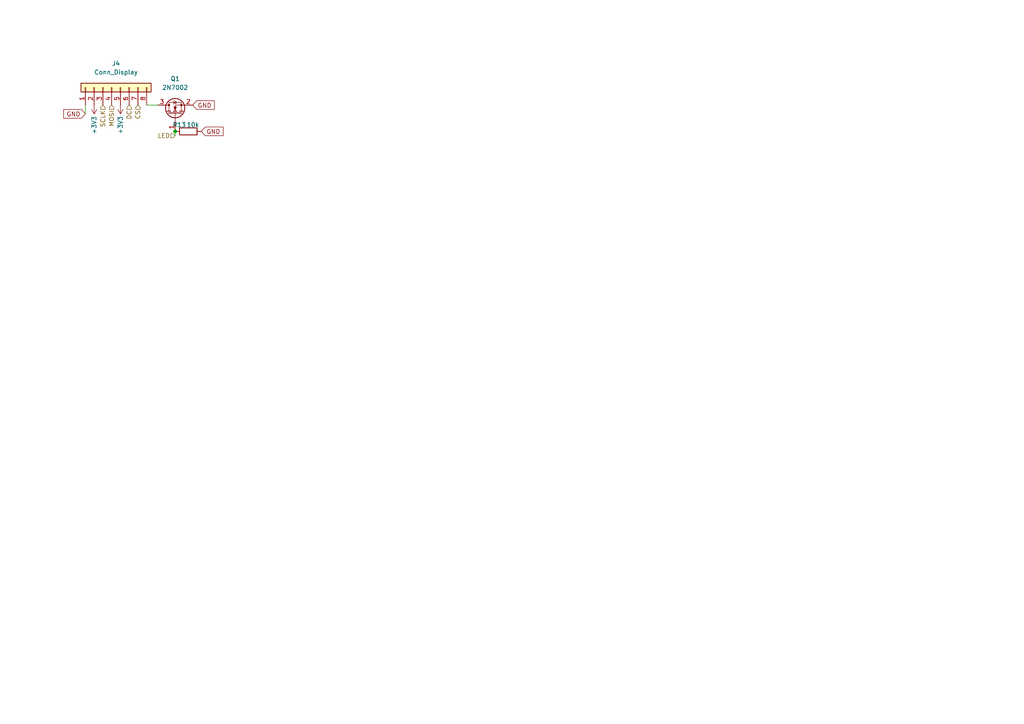
<source format=kicad_sch>
(kicad_sch (version 20230121) (generator eeschema)
  (paper "A4")
  (lib_symbols
    (symbol "Connector_Generic:Conn_01x08" (pin_names (offset 1.016) hide)
      (property "Reference" "J" (at 0 10.16 0))
      (property "Value" "Conn_01x08" (at 0 -12.7 0))
      (symbol "Conn_01x08_1_1"
        (rectangle (start -1.27 -10.033) (end 0 -10.287) (stroke (width 0.1524)))
        (rectangle (start -1.27 -7.493) (end 0 -7.747) (stroke (width 0.1524)))
        (rectangle (start -1.27 -4.953) (end 0 -5.207) (stroke (width 0.1524)))
        (rectangle (start -1.27 -2.413) (end 0 -2.667) (stroke (width 0.1524)))
        (rectangle (start -1.27 0.127) (end 0 -0.127) (stroke (width 0.1524)))
        (rectangle (start -1.27 2.667) (end 0 2.413) (stroke (width 0.1524)))
        (rectangle (start -1.27 5.207) (end 0 4.953) (stroke (width 0.1524)))
        (rectangle (start -1.27 7.747) (end 0 7.493) (stroke (width 0.1524)))
        (rectangle (start -1.27 8.89) (end 1.27 -11.43) (stroke (width 0.254)) (fill (type background)))
        (pin passive line (at -5.08 7.62 0) (length 3.81) (name "Pin_1") (number "1"))
        (pin passive line (at -5.08 5.08 0) (length 3.81) (name "Pin_2") (number "2"))
        (pin passive line (at -5.08 2.54 0) (length 3.81) (name "Pin_3") (number "3"))
        (pin passive line (at -5.08 0 0) (length 3.81) (name "Pin_4") (number "4"))
        (pin passive line (at -5.08 -2.54 0) (length 3.81) (name "Pin_5") (number "5"))
        (pin passive line (at -5.08 -5.08 0) (length 3.81) (name "Pin_6") (number "6"))
        (pin passive line (at -5.08 -7.62 0) (length 3.81) (name "Pin_7") (number "7"))
        (pin passive line (at -5.08 -10.16 0) (length 3.81) (name "Pin_8") (number "8"))
      )
    )
    (symbol "Device:R" (pin_numbers hide) (pin_names (offset 0))
      (property "Reference" "R" (at 2.032 0 90))
      (property "Value" "R" (at 0 0 90))
      (symbol "R_0_1"
        (rectangle (start -1.016 -2.54) (end 1.016 2.54) (stroke (width 0.254)))
      )
      (symbol "R_1_1"
        (pin passive line (at 0 3.81 270) (length 1.27) (name "~") (number "1"))
        (pin passive line (at 0 -3.81 90) (length 1.27) (name "~") (number "2"))
      )
    )
    (symbol "Transistor_FET:2N7002" (pin_names hide)
      (property "Reference" "Q" (at 5.08 1.905 0))
      (property "Value" "2N7002" (at 5.08 0 0))
      (symbol "2N7002_0_1"
        (polyline (pts (xy 0.254 0) (xy -2.54 0)))
        (polyline (pts (xy 0.254 1.905) (xy 0.254 -1.905)) (stroke (width 0.254)))
        (polyline (pts (xy 0.762 -1.27) (xy 0.762 -2.286)) (stroke (width 0.254)))
        (polyline (pts (xy 0.762 0.508) (xy 0.762 -0.508)) (stroke (width 0.254)))
        (polyline (pts (xy 0.762 2.286) (xy 0.762 1.27)) (stroke (width 0.254)))
        (polyline (pts (xy 2.54 2.54) (xy 2.54 1.778)))
        (polyline (pts (xy 2.54 -2.54) (xy 2.54 0) (xy 0.762 0)))
        (polyline (pts (xy 0.762 -1.778) (xy 3.302 -1.778) (xy 3.302 1.778) (xy 0.762 1.778)))
        (polyline (pts (xy 1.016 0) (xy 2.032 0.381) (xy 2.032 -0.381) (xy 1.016 0)) (fill (type outline)))
        (polyline (pts (xy 2.794 0.508) (xy 2.921 0.381) (xy 3.683 0.381) (xy 3.81 0.254)))
        (polyline (pts (xy 3.302 0.381) (xy 2.921 -0.254) (xy 3.683 -0.254) (xy 3.302 0.381)))
        (circle (center 1.651 0) (radius 2.794) (stroke (width 0.254)))
        (circle (center 2.54 -1.778) (radius 0.254) (fill (type outline)))
        (circle (center 2.54 1.778) (radius 0.254) (fill (type outline)))
      )
      (symbol "2N7002_1_1"
        (pin input line (at -5.08 0 0) (length 2.54) (name "G") (number "1"))
        (pin passive line (at 2.54 -5.08 90) (length 2.54) (name "S") (number "2"))
        (pin passive line (at 2.54 5.08 270) (length 2.54) (name "D") (number "3"))
      )
    )
    (symbol "power:+3.3V" (power) (pin_names (offset 0))
      (property "Value" "+3.3V" (at 0 3.556 0))
      (symbol "+3.3V_0_1"
        (polyline (pts (xy -0.762 1.27) (xy 0 2.54)))
        (polyline (pts (xy 0 0) (xy 0 2.54)))
        (polyline (pts (xy 0 2.54) (xy 0.762 1.27)))
      )
      (symbol "+3.3V_1_1"
        (pin power_in line (at 0 0 90) (length 0) hide (name "+3V3") (number "1"))
      )
    )
  )
  (junction (at 50.8 38.1))
  (wire (pts (xy 24.765 30.48) (xy 24.765 33.02)))
  (wire (pts (xy 42.545 30.48) (xy 45.72 30.48)))
  (wire (pts (xy 50.8 39.37) (xy 50.8 38.1)))
  (global_label "GND" (shape input) (at 55.88 30.48 0) (property "Intersheetrefs" "${INTERSHEET_REFS}" (effects hide)) (property "Referenzen zwischen Schaltplänen" "${INTERSHEET_REFS}" (effects hide)))
  (global_label "GND" (shape input) (at 58.42 38.1 0) (property "Intersheetrefs" "${INTERSHEET_REFS}" (effects hide)) (property "Referenzen zwischen Schaltplänen" "${INTERSHEET_REFS}" (effects hide)))
  (global_label "GND" (shape input) (at 24.765 33.02 180) (property "Intersheetrefs" "${INTERSHEET_REFS}" (effects hide)) (property "Referenzen zwischen Schaltplänen" "${INTERSHEET_REFS}" (effects hide)))
  (hierarchical_label "CS" (shape input) (at 40.005 30.48 270))
  (hierarchical_label "LED" (shape input) (at 50.8 39.37 180))
  (hierarchical_label "DC" (shape input) (at 37.465 30.48 270))
  (hierarchical_label "SCLK" (shape input) (at 29.845 30.48 270))
  (hierarchical_label "MOSI" (shape input) (at 32.385 30.48 270))
  (symbol (lib_id "power:+3.3V") (at 34.925 30.48 180) (unit 1)
    (property "Reference" "#PWR?" (effects hide))
    (property "Value" "+3.3V" (at 34.925 33.655 90) (effects (justify left)))
  )
  (symbol (lib_id "Device:R") (at 54.61 38.1 90) (unit 1)
    (property "Reference" "R13" (at 53.975 36.195 90) (effects (justify left)))
    (property "Value" "10k" (at 57.785 36.195 90) (effects (justify left)))
    (property "Footprint" "Resistor_SMD:R_0402_1005Metric" (effects hide))
    (property "LCSC" "C25744" (effects hide))
  )
  (symbol (lib_id "power:+3.3V") (at 27.305 30.48 180) (unit 1)
    (property "Reference" "#PWR?" (effects hide))
    (property "Value" "+3.3V" (at 27.305 33.655 90) (effects (justify left)))
  )
  (symbol (lib_id "Connector_Generic:Conn_01x08") (at 32.385 25.4 90) (unit 1)
    (property "Reference" "J4" (at 33.655 18.415 90))
    (property "Value" "Conn_Display" (at 33.655 20.955 90))
    (property "Footprint" "custom:DISPLAY" (effects hide))
  )
  (symbol (lib_id "Transistor_FET:2N7002") (at 50.8 33.02 90) (unit 1)
    (property "Reference" "Q1" (at 50.8 22.86 90))
    (property "Value" "2N7002" (at 50.8 25.4 90))
    (property "Footprint" "Package_TO_SOT_SMD:SOT-23" (effects hide))
    (property "Datasheet" "https://www.onsemi.com/pub/Collateral/NDS7002A-D.PDF" (effects hide))
    (property "LCSC" "C8545" (effects hide))
  )
)
</source>
